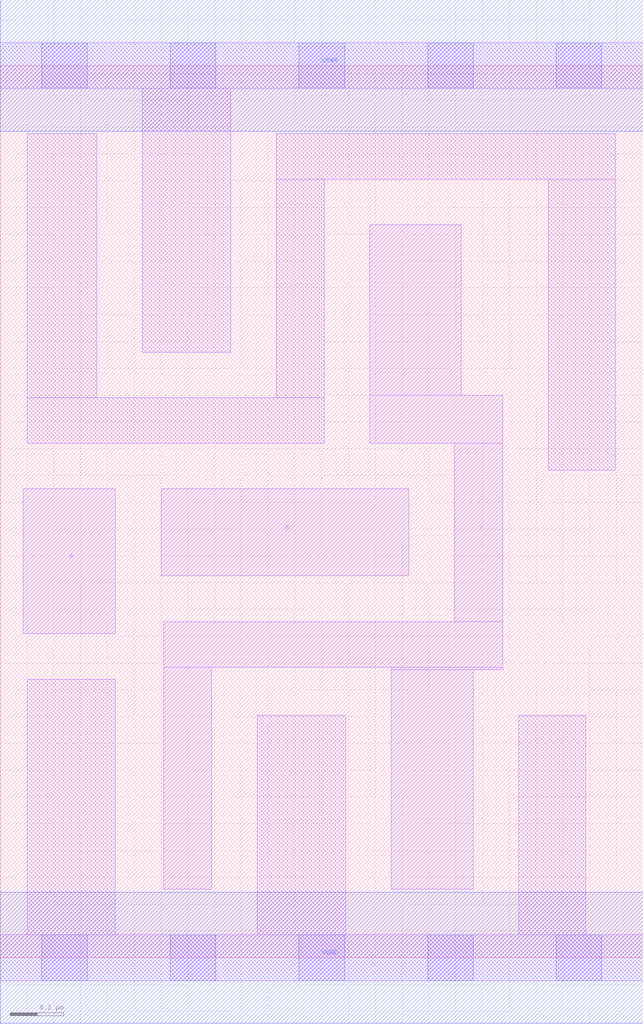
<source format=lef>
# Copyright 2020 The SkyWater PDK Authors
#
# Licensed under the Apache License, Version 2.0 (the "License");
# you may not use this file except in compliance with the License.
# You may obtain a copy of the License at
#
#     https://www.apache.org/licenses/LICENSE-2.0
#
# Unless required by applicable law or agreed to in writing, software
# distributed under the License is distributed on an "AS IS" BASIS,
# WITHOUT WARRANTIES OR CONDITIONS OF ANY KIND, either express or implied.
# See the License for the specific language governing permissions and
# limitations under the License.
#
# SPDX-License-Identifier: Apache-2.0

VERSION 5.7 ;
  NAMESCASESENSITIVE ON ;
  NOWIREEXTENSIONATPIN ON ;
  DIVIDERCHAR "/" ;
  BUSBITCHARS "[]" ;
UNITS
  DATABASE MICRONS 200 ;
END UNITS
MACRO sky130_fd_sc_lp__nor2_2
  CLASS CORE ;
  SOURCE USER ;
  FOREIGN sky130_fd_sc_lp__nor2_2 ;
  ORIGIN  0.000000  0.000000 ;
  SIZE  2.400000 BY  3.330000 ;
  SYMMETRY X Y R90 ;
  SITE unit ;
  PIN A
    ANTENNAGATEAREA  0.630000 ;
    DIRECTION INPUT ;
    USE SIGNAL ;
    PORT
      LAYER li1 ;
        RECT 0.085000 1.210000 0.430000 1.750000 ;
    END
  END A
  PIN B
    ANTENNAGATEAREA  0.630000 ;
    DIRECTION INPUT ;
    USE SIGNAL ;
    PORT
      LAYER li1 ;
        RECT 0.600000 1.425000 1.525000 1.750000 ;
    END
  END B
  PIN Y
    ANTENNADIFFAREA  0.823200 ;
    DIRECTION OUTPUT ;
    USE SIGNAL ;
    PORT
      LAYER li1 ;
        RECT 0.610000 0.255000 0.790000 1.085000 ;
        RECT 0.610000 1.085000 1.875000 1.255000 ;
        RECT 1.380000 1.920000 1.875000 2.100000 ;
        RECT 1.380000 2.100000 1.720000 2.735000 ;
        RECT 1.460000 0.255000 1.765000 1.075000 ;
        RECT 1.460000 1.075000 1.875000 1.085000 ;
        RECT 1.695000 1.255000 1.875000 1.920000 ;
    END
  END Y
  PIN VGND
    DIRECTION INOUT ;
    USE GROUND ;
    PORT
      LAYER met1 ;
        RECT 0.000000 -0.245000 2.400000 0.245000 ;
    END
  END VGND
  PIN VPWR
    DIRECTION INOUT ;
    USE POWER ;
    PORT
      LAYER met1 ;
        RECT 0.000000 3.085000 2.400000 3.575000 ;
    END
  END VPWR
  OBS
    LAYER li1 ;
      RECT 0.000000 -0.085000 2.400000 0.085000 ;
      RECT 0.000000  3.245000 2.400000 3.415000 ;
      RECT 0.100000  0.085000 0.430000 1.040000 ;
      RECT 0.100000  1.920000 1.210000 2.090000 ;
      RECT 0.100000  2.090000 0.360000 3.075000 ;
      RECT 0.530000  2.260000 0.860000 3.245000 ;
      RECT 0.960000  0.085000 1.290000 0.905000 ;
      RECT 1.030000  2.090000 1.210000 2.905000 ;
      RECT 1.030000  2.905000 2.295000 3.075000 ;
      RECT 1.935000  0.085000 2.185000 0.905000 ;
      RECT 2.045000  1.820000 2.295000 2.905000 ;
    LAYER mcon ;
      RECT 0.155000 -0.085000 0.325000 0.085000 ;
      RECT 0.155000  3.245000 0.325000 3.415000 ;
      RECT 0.635000 -0.085000 0.805000 0.085000 ;
      RECT 0.635000  3.245000 0.805000 3.415000 ;
      RECT 1.115000 -0.085000 1.285000 0.085000 ;
      RECT 1.115000  3.245000 1.285000 3.415000 ;
      RECT 1.595000 -0.085000 1.765000 0.085000 ;
      RECT 1.595000  3.245000 1.765000 3.415000 ;
      RECT 2.075000 -0.085000 2.245000 0.085000 ;
      RECT 2.075000  3.245000 2.245000 3.415000 ;
  END
END sky130_fd_sc_lp__nor2_2
END LIBRARY

</source>
